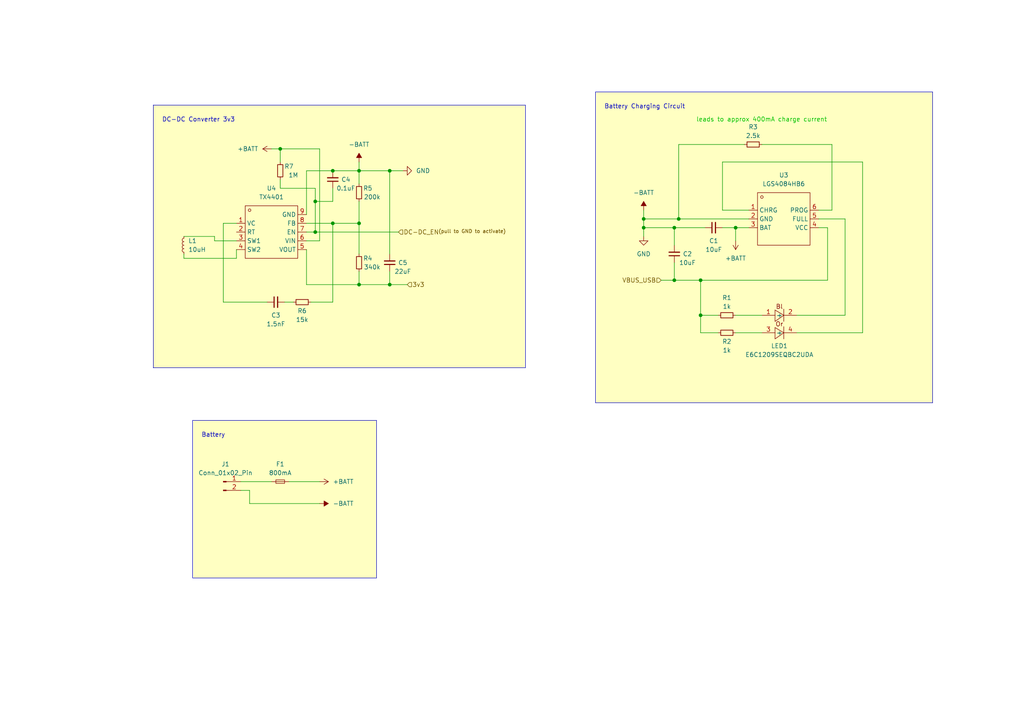
<source format=kicad_sch>
(kicad_sch (version 20230121) (generator eeschema)
  (paper "A4")
  (lib_symbols
    (symbol "Connector:Conn_01x02_Pin" (pin_names (offset 1.016) hide)
      (property "Reference" "J" (at 0 2.54 0))
      (property "Value" "Conn_01x02_Pin" (at 0 -5.08 0))
      (symbol "Conn_01x02_Pin_1_1"
        (polyline (pts (xy 1.27 -2.54) (xy 0.8636 -2.54)) (stroke (width 0.1524)))
        (polyline (pts (xy 1.27 0) (xy 0.8636 0)) (stroke (width 0.1524)))
        (rectangle (start 0.8636 -2.413) (end 0 -2.667) (stroke (width 0.1524)) (fill (type outline)))
        (rectangle (start 0.8636 0.127) (end 0 -0.127) (stroke (width 0.1524)) (fill (type outline)))
        (pin passive line (at 5.08 0 180) (length 3.81) (name "Pin_1") (number "1"))
        (pin passive line (at 5.08 -2.54 180) (length 3.81) (name "Pin_2") (number "2"))
      )
    )
    (symbol "Device:C_Small" (pin_numbers hide) (pin_names (offset 0.254) hide)
      (property "Reference" "C" (at 0.254 1.778 0))
      (property "Value" "C_Small" (at 0.254 -2.032 0))
      (symbol "C_Small_0_1"
        (polyline (pts (xy -1.524 -0.508) (xy 1.524 -0.508)) (stroke (width 0.3302)))
        (polyline (pts (xy -1.524 0.508) (xy 1.524 0.508)) (stroke (width 0.3048)))
      )
      (symbol "C_Small_1_1"
        (pin passive line (at 0 2.54 270) (length 2.032) (name "~") (number "1"))
        (pin passive line (at 0 -2.54 90) (length 2.032) (name "~") (number "2"))
      )
    )
    (symbol "Device:Fuse_Small" (pin_numbers hide) (pin_names (offset 0.254) hide)
      (property "Reference" "F" (at 0 -1.524 0))
      (property "Value" "Fuse_Small" (at 0 1.524 0))
      (symbol "Fuse_Small_0_1"
        (rectangle (start -1.27 0.508) (end 1.27 -0.508))
        (polyline (pts (xy -1.27 0) (xy 1.27 0)))
      )
      (symbol "Fuse_Small_1_1"
        (pin passive line (at -2.54 0 0) (length 1.27) (name "~") (number "1"))
        (pin passive line (at 2.54 0 180) (length 1.27) (name "~") (number "2"))
      )
    )
    (symbol "Device:L_Small" (pin_numbers hide) (pin_names (offset 0.254) hide)
      (property "Reference" "L" (at 0.762 1.016 0))
      (property "Value" "L_Small" (at 0.762 -1.016 0))
      (symbol "L_Small_0_1"
        (arc (start 0 -2.032) (mid 0.5058 -1.524) (end 0 -1.016))
        (arc (start 0 -1.016) (mid 0.5058 -0.508) (end 0 0))
        (arc (start 0 0) (mid 0.5058 0.508) (end 0 1.016))
        (arc (start 0 1.016) (mid 0.5058 1.524) (end 0 2.032))
      )
      (symbol "L_Small_1_1"
        (pin passive line (at 0 2.54 270) (length 0.508) (name "~") (number "1"))
        (pin passive line (at 0 -2.54 90) (length 0.508) (name "~") (number "2"))
      )
    )
    (symbol "Device:R_Small" (pin_numbers hide) (pin_names (offset 0.254) hide)
      (property "Reference" "R" (at 0.762 0.508 0))
      (property "Value" "R_Small" (at 0.762 -1.016 0))
      (symbol "R_Small_0_1"
        (rectangle (start -0.762 1.778) (end 0.762 -1.778) (stroke (width 0.2032)))
      )
      (symbol "R_Small_1_1"
        (pin passive line (at 0 2.54 270) (length 0.762) (name "~") (number "1"))
        (pin passive line (at 0 -2.54 90) (length 0.762) (name "~") (number "2"))
      )
    )
    (symbol "lcsc:E6C1209SEQBC2UDA"
      (property "Reference" "LED" (at 0 7.62 0))
      (property "Value" "E6C1209SEQBC2UDA" (at 0 -7.62 0))
      (symbol "E6C1209SEQBC2UDA_0_1"
        (polyline (pts (xy 1.27 -0.76) (xy 1.27 -4.32)))
        (polyline (pts (xy 1.27 4.32) (xy 1.27 0.76)))
        (polyline (pts (xy -1.27 -1.02) (xy 1.27 -2.54) (xy -1.27 -4.32) (xy -1.27 -1.02)) (fill (type background)))
        (polyline (pts (xy -1.27 4.06) (xy 1.27 2.54) (xy -1.27 0.76) (xy -1.27 4.06)) (fill (type background)))
        (pin unspecified line (at -5.08 2.54 0) (length 3.81) (name "+") (number "1"))
        (pin unspecified line (at 5.08 2.54 180) (length 3.81) (name "-") (number "2"))
        (pin unspecified line (at -5.08 -2.54 0) (length 3.81) (name "+") (number "3"))
        (pin unspecified line (at 5.08 -2.54 180) (length 3.81) (name "-") (number "4"))
      )
      (symbol "E6C1209SEQBC2UDA_1_1"
        (text "Bl" (at 0 5.08 0) (effects (font (size 1.27 1.27))))
        (text "Or" (at 0 0 0) (effects (font (size 1.27 1.27))))
      )
    )
    (symbol "lcsc:LGS4084HB6"
      (property "Reference" "U" (at 0 10.16 0))
      (property "Value" "LGS4084HB6" (at 0 -10.16 0))
      (symbol "LGS4084HB6_0_0"
        (pin unspecified line (at -10.16 2.54 0) (length 2.54) (name "CHRG") (number "1"))
        (pin unspecified line (at -10.16 0 0) (length 2.54) (name "GND") (number "2"))
        (pin unspecified line (at -10.16 -2.54 0) (length 2.54) (name "BAT") (number "3"))
        (pin unspecified line (at 10.16 -2.54 180) (length 2.54) (name "VCC") (number "4"))
        (pin unspecified line (at 10.16 0 180) (length 2.54) (name "FULL") (number "5"))
        (pin unspecified line (at 10.16 2.54 180) (length 2.54) (name "PROG") (number "6"))
      )
      (symbol "LGS4084HB6_0_1"
        (rectangle (start -7.62 7.62) (end 7.62 -7.62) (fill (type background)))
        (circle (center -6.35 6.35) (radius 0.38))
      )
    )
    (symbol "lcsc:TX4401"
      (property "Reference" "U" (at 0 10.16 0))
      (property "Value" "TX4401" (at 0 -10.16 0))
      (symbol "TX4401_0_1"
        (rectangle (start -7.62 7.62) (end 7.62 -7.62) (fill (type background)))
        (circle (center -6.35 6.35) (radius 0.38))
        (pin unspecified line (at -10.16 2.54 0) (length 2.54) (name "VC") (number "1"))
        (pin unspecified line (at -10.16 0 0) (length 2.54) (name "RT") (number "2"))
        (pin unspecified line (at -10.16 -2.54 0) (length 2.54) (name "SW1") (number "3"))
        (pin unspecified line (at -10.16 -5.08 0) (length 2.54) (name "SW2") (number "4"))
        (pin unspecified line (at 10.16 -5.08 180) (length 2.54) (name "VOUT") (number "5"))
        (pin unspecified line (at 10.16 -2.54 180) (length 2.54) (name "VIN") (number "6"))
        (pin unspecified line (at 10.16 0 180) (length 2.54) (name "EN") (number "7"))
        (pin unspecified line (at 10.16 2.54 180) (length 2.54) (name "FB") (number "8"))
        (pin unspecified line (at 10.16 5.08 180) (length 2.54) (name "GND") (number "9"))
      )
    )
    (symbol "power:+BATT" (power) (pin_names (offset 0))
      (property "Value" "+BATT" (at 0 3.556 0))
      (symbol "+BATT_0_1"
        (polyline (pts (xy -0.762 1.27) (xy 0 2.54)))
        (polyline (pts (xy 0 0) (xy 0 2.54)))
        (polyline (pts (xy 0 2.54) (xy 0.762 1.27)))
      )
      (symbol "+BATT_1_1"
        (pin power_in line (at 0 0 90) (length 0) hide (name "+BATT") (number "1"))
      )
    )
    (symbol "power:-BATT" (power) (pin_names (offset 0))
      (property "Value" "-BATT" (at 0 3.556 0))
      (symbol "-BATT_0_1"
        (polyline (pts (xy 0 0) (xy 0 2.54)))
        (polyline (pts (xy 0.762 1.27) (xy -0.762 1.27) (xy 0 2.54) (xy 0.762 1.27)) (fill (type outline)))
      )
      (symbol "-BATT_1_1"
        (pin power_in line (at 0 0 90) (length 0) hide (name "-BATT") (number "1"))
      )
    )
    (symbol "power:GND" (power) (pin_names (offset 0))
      (property "Value" "GND" (at 0 -3.81 0))
      (symbol "GND_0_1"
        (polyline (pts (xy 0 0) (xy 0 -1.27) (xy 1.27 -1.27) (xy 0 -2.54) (xy -1.27 -1.27) (xy 0 -1.27)))
      )
      (symbol "GND_1_1"
        (pin power_in line (at 0 0 270) (length 0) hide (name "GND") (number "1"))
      )
    )
  )
  (junction (at 81.28 43.18))
  (junction (at 213.36 66.04))
  (junction (at 96.52 49.53))
  (junction (at 195.58 66.04))
  (junction (at 203.2 81.28))
  (junction (at 91.44 67.31))
  (junction (at 91.44 58.42))
  (junction (at 104.14 64.77))
  (junction (at 203.2 91.44))
  (junction (at 186.69 63.5))
  (junction (at 113.03 82.55))
  (junction (at 195.58 81.28))
  (junction (at 186.69 66.04))
  (junction (at 104.14 82.55))
  (junction (at 196.85 63.5))
  (junction (at 96.52 64.77))
  (junction (at 113.03 49.53))
  (junction (at 104.14 49.53))
  (wire (pts (xy 72.39 142.24) (xy 72.39 146.05)))
  (wire (pts (xy 88.9 49.53) (xy 96.52 49.53)))
  (wire (pts (xy 209.55 46.99) (xy 209.55 60.96)))
  (wire (pts (xy 68.58 74.93) (xy 68.58 72.39)))
  (wire (pts (xy 72.39 146.05) (xy 92.71 146.05)))
  (wire (pts (xy 88.9 82.55) (xy 104.14 82.55)))
  (wire (pts (xy 195.58 66.04) (xy 204.47 66.04)))
  (wire (pts (xy 220.98 41.91) (xy 241.3 41.91)))
  (wire (pts (xy 195.58 66.04) (xy 195.58 71.12)))
  (wire (pts (xy 237.49 66.04) (xy 240.03 66.04)))
  (wire (pts (xy 186.69 66.04) (xy 186.69 63.5)))
  (wire (pts (xy 82.55 87.63) (xy 85.09 87.63)))
  (wire (pts (xy 91.44 67.31) (xy 115.57 67.31)))
  (wire (pts (xy 196.85 41.91) (xy 215.9 41.91)))
  (wire (pts (xy 113.03 49.53) (xy 116.84 49.53)))
  (wire (pts (xy 53.34 74.93) (xy 68.58 74.93)))
  (wire (pts (xy 104.14 46.99) (xy 104.14 49.53)))
  (wire (pts (xy 113.03 49.53) (xy 113.03 73.66)))
  (wire (pts (xy 96.52 64.77) (xy 104.14 64.77)))
  (wire (pts (xy 83.82 139.7) (xy 92.71 139.7)))
  (wire (pts (xy 104.14 49.53) (xy 104.14 53.34)))
  (wire (pts (xy 69.85 139.7) (xy 78.74 139.7)))
  (wire (pts (xy 241.3 60.96) (xy 241.3 41.91)))
  (wire (pts (xy 231.14 91.44) (xy 245.11 91.44)))
  (wire (pts (xy 186.69 63.5) (xy 196.85 63.5)))
  (wire (pts (xy 104.14 82.55) (xy 113.03 82.55)))
  (wire (pts (xy 186.69 60.96) (xy 186.69 63.5)))
  (wire (pts (xy 203.2 96.52) (xy 203.2 91.44)))
  (wire (pts (xy 81.28 43.18) (xy 81.28 46.99)))
  (wire (pts (xy 96.52 49.53) (xy 104.14 49.53)))
  (wire (pts (xy 104.14 64.77) (xy 104.14 58.42)))
  (wire (pts (xy 250.19 96.52) (xy 250.19 46.99)))
  (wire (pts (xy 78.74 43.18) (xy 81.28 43.18)))
  (wire (pts (xy 68.58 64.77) (xy 64.77 64.77)))
  (wire (pts (xy 209.55 60.96) (xy 217.17 60.96)))
  (wire (pts (xy 113.03 78.74) (xy 113.03 82.55)))
  (wire (pts (xy 96.52 54.61) (xy 96.52 58.42)))
  (wire (pts (xy 62.23 69.85) (xy 62.23 68.58)))
  (wire (pts (xy 91.44 54.61) (xy 91.44 58.42)))
  (wire (pts (xy 213.36 96.52) (xy 220.98 96.52)))
  (wire (pts (xy 91.44 58.42) (xy 96.52 58.42)))
  (wire (pts (xy 213.36 66.04) (xy 217.17 66.04)))
  (wire (pts (xy 203.2 81.28) (xy 240.03 81.28)))
  (wire (pts (xy 96.52 64.77) (xy 96.52 87.63)))
  (wire (pts (xy 88.9 49.53) (xy 88.9 62.23)))
  (wire (pts (xy 250.19 46.99) (xy 209.55 46.99)))
  (wire (pts (xy 208.28 96.52) (xy 203.2 96.52)))
  (wire (pts (xy 64.77 87.63) (xy 77.47 87.63)))
  (wire (pts (xy 237.49 60.96) (xy 241.3 60.96)))
  (wire (pts (xy 186.69 66.04) (xy 195.58 66.04)))
  (wire (pts (xy 88.9 69.85) (xy 92.71 69.85)))
  (wire (pts (xy 88.9 64.77) (xy 96.52 64.77)))
  (wire (pts (xy 203.2 91.44) (xy 203.2 81.28)))
  (wire (pts (xy 245.11 63.5) (xy 237.49 63.5)))
  (wire (pts (xy 62.23 68.58) (xy 53.34 68.58)))
  (wire (pts (xy 196.85 63.5) (xy 217.17 63.5)))
  (wire (pts (xy 195.58 76.2) (xy 195.58 81.28)))
  (wire (pts (xy 104.14 64.77) (xy 104.14 73.66)))
  (wire (pts (xy 213.36 66.04) (xy 213.36 69.85)))
  (wire (pts (xy 81.28 43.18) (xy 92.71 43.18)))
  (wire (pts (xy 81.28 54.61) (xy 91.44 54.61)))
  (wire (pts (xy 209.55 66.04) (xy 213.36 66.04)))
  (wire (pts (xy 231.14 96.52) (xy 250.19 96.52)))
  (wire (pts (xy 196.85 41.91) (xy 196.85 63.5)))
  (wire (pts (xy 245.11 91.44) (xy 245.11 63.5)))
  (wire (pts (xy 104.14 78.74) (xy 104.14 82.55)))
  (wire (pts (xy 64.77 64.77) (xy 64.77 87.63)))
  (wire (pts (xy 69.85 142.24) (xy 72.39 142.24)))
  (wire (pts (xy 104.14 49.53) (xy 113.03 49.53)))
  (wire (pts (xy 195.58 81.28) (xy 203.2 81.28)))
  (wire (pts (xy 203.2 91.44) (xy 208.28 91.44)))
  (wire (pts (xy 213.36 91.44) (xy 220.98 91.44)))
  (wire (pts (xy 191.77 81.28) (xy 195.58 81.28)))
  (wire (pts (xy 88.9 67.31) (xy 91.44 67.31)))
  (wire (pts (xy 113.03 82.55) (xy 118.11 82.55)))
  (wire (pts (xy 91.44 58.42) (xy 91.44 67.31)))
  (wire (pts (xy 186.69 68.58) (xy 186.69 66.04)))
  (wire (pts (xy 53.34 73.66) (xy 53.34 74.93)))
  (wire (pts (xy 90.17 87.63) (xy 96.52 87.63)))
  (wire (pts (xy 81.28 52.07) (xy 81.28 54.61)))
  (wire (pts (xy 68.58 69.85) (xy 62.23 69.85)))
  (wire (pts (xy 88.9 82.55) (xy 88.9 72.39)))
  (wire (pts (xy 240.03 66.04) (xy 240.03 81.28)))
  (wire (pts (xy 92.71 69.85) (xy 92.71 43.18)))
  (rectangle (start 55.88 121.92) (end 109.22 167.64) (fill (type color) (color 255 255 194 1)))
  (rectangle (start 172.72 26.67) (end 270.51 116.84) (fill (type color) (color 255 255 194 1)))
  (rectangle (start 44.45 30.48) (end 152.4 106.68) (fill (type color) (color 255 255 194 1)))
  (text "DC-DC Converter 3v3" (at 46.99 35.56 0) (effects (font (size 1.27 1.27)) (justify left bottom)))
  (text "Battery" (at 58.42 127 0) (effects (font (size 1.27 1.27)) (justify left bottom)))
  (text "leads to approx 400mA charge current" (at 201.93 35.56 0) (effects (font (size 1.27 1.27)) (justify left bottom)))
  (text "Battery Charging Circuit" (at 175.26 31.75 0) (effects (font (size 1.27 1.27)) (justify left bottom)))
  (hierarchical_label "VBUS_USB" (shape input) (at 191.77 81.28 180))
  (hierarchical_label "DC-DC_EN^{(pull to GND to activate)}" (shape input) (at 115.57 67.31 0))
  (hierarchical_label "3v3" (shape input) (at 118.11 82.55 0))
  (symbol (lib_id "Device:R_Small") (at 87.63 87.63 90) (unit 1)
    (property "Reference" "R6" (at 87.63 90.17 90))
    (property "Value" "15k" (at 87.63 92.71 90))
    (property "Footprint" "Resistor_SMD:R_0603_1608Metric" (effects hide))
  )
  (symbol (lib_id "Device:R_Small") (at 210.82 96.52 270) (unit 1)
    (property "Reference" "R2" (at 210.82 99.06 90))
    (property "Value" "1k" (at 210.82 101.6 90))
    (property "Footprint" "Resistor_SMD:R_0603_1608Metric" (effects hide))
  )
  (symbol (lib_id "Device:R_Small") (at 81.28 49.53 0) (unit 1)
    (property "Reference" "R7" (at 83.82 48.26 0))
    (property "Value" "1M" (at 85.09 50.8 0))
    (property "Footprint" "Resistor_SMD:R_0603_1608Metric" (effects hide))
  )
  (symbol (lib_id "Device:C_Small") (at 96.52 52.07 180) (unit 1)
    (property "Reference" "C4" (at 100.33 52.07 0))
    (property "Value" "0.1uF" (at 100.33 54.61 0))
    (property "Footprint" "Capacitor_SMD:C_0603_1608Metric" (effects hide))
  )
  (symbol (lib_id "power:+BATT") (at 78.74 43.18 90) (unit 1)
    (property "Reference" "#PWR05" (effects hide))
    (property "Value" "+BATT" (at 74.93 43.18 90) (effects (justify left)))
  )
  (symbol (lib_id "power:-BATT") (at 92.71 146.05 270) (unit 1)
    (property "Reference" "#PWR07" (effects hide))
    (property "Value" "-BATT" (at 96.52 146.05 90) (effects (justify left)))
  )
  (symbol (lib_id "Device:R_Small") (at 218.44 41.91 90) (unit 1)
    (property "Reference" "R3" (at 218.44 36.83 90))
    (property "Value" "2.5k" (at 218.44 39.37 90))
    (property "Footprint" "Resistor_SMD:R_0603_1608Metric" (effects hide))
  )
  (symbol (lib_id "Device:R_Small") (at 104.14 55.88 0) (unit 1)
    (property "Reference" "R5" (at 106.68 54.61 0))
    (property "Value" "200k" (at 107.95 57.15 0))
    (property "Footprint" "Resistor_SMD:R_0603_1608Metric" (effects hide))
  )
  (symbol (lib_id "Connector:Conn_01x02_Pin") (at 64.77 139.7 0) (unit 1)
    (property "Reference" "J1" (at 65.405 134.62 0))
    (property "Value" "Conn_01x02_Pin" (at 65.405 137.16 0))
    (property "Footprint" "Connector_PinHeader_2.54mm:PinHeader_1x02_P2.54mm_Horizontal" (effects hide))
  )
  (symbol (lib_id "Device:Fuse_Small") (at 81.28 139.7 0) (unit 1)
    (property "Reference" "F1" (at 81.28 134.62 0))
    (property "Value" "800mA" (at 81.28 137.16 0))
    (property "Footprint" "Fuse:Fuse_0603_1608Metric" (effects hide))
  )
  (symbol (lib_id "power:+BATT") (at 92.71 139.7 270) (unit 1)
    (property "Reference" "#PWR08" (effects hide))
    (property "Value" "+BATT" (at 96.52 139.7 90) (effects (justify left)))
  )
  (symbol (lib_id "lcsc:LGS4084HB6") (at 227.33 63.5 0) (unit 1)
    (property "Reference" "U3" (at 227.33 50.8 0))
    (property "Value" "LGS4084HB6" (at 227.33 53.34 0))
    (property "Footprint" "Package_TO_SOT_SMD:SOT-23-6" (effects hide))
    (property "Datasheet" "https://www.lcsc.com/product-detail/Battery-Management-ICs_Legend-Si-LGS4084HB6_C5299901.html" (effects hide))
    (property "LCSC Part" "C5299901" (effects hide))
  )
  (symbol (lib_id "Device:R_Small") (at 104.14 76.2 0) (unit 1)
    (property "Reference" "R4" (at 106.68 74.93 0))
    (property "Value" "340k" (at 107.95 77.47 0))
    (property "Footprint" "Resistor_SMD:R_0603_1608Metric" (effects hide))
  )
  (symbol (lib_id "Device:C_Small") (at 113.03 76.2 180) (unit 1)
    (property "Reference" "C5" (at 116.84 76.2 0))
    (property "Value" "22uF" (at 116.84 78.74 0))
    (property "Footprint" "Capacitor_SMD:C_0603_1608Metric" (effects hide))
  )
  (symbol (lib_id "Device:C_Small") (at 80.01 87.63 90) (unit 1)
    (property "Reference" "C3" (at 80.01 91.44 90))
    (property "Value" "1.5nF" (at 80.01 93.98 90))
    (property "Footprint" "Capacitor_SMD:C_0603_1608Metric" (effects hide))
  )
  (symbol (lib_id "Device:R_Small") (at 210.82 91.44 90) (unit 1)
    (property "Reference" "R1" (at 210.82 86.36 90))
    (property "Value" "1k" (at 210.82 88.9 90))
    (property "Footprint" "Resistor_SMD:R_0603_1608Metric" (effects hide))
  )
  (symbol (lib_id "lcsc:E6C1209SEQBC2UDA") (at 226.06 93.98 0) (unit 1)
    (property "Reference" "LED1" (at 226.06 100.33 0))
    (property "Value" "E6C1209SEQBC2UDA" (at 226.06 102.87 0))
    (property "Footprint" "lcsc:LED-ARRAY-SMD_4P-L3.2-W2.7_E6C1209SEQBC2UDA" (effects hide))
    (property "Datasheet" "https://lcsc.com/product-detail/Light-Emitting-Diodes-LED_EKINGLUX-E6C1209SEQBC2UDA_C389101.html" (effects hide))
    (property "LCSC Part" "C389101" (effects hide))
  )
  (symbol (lib_id "power:-BATT") (at 104.14 46.99 0) (unit 1)
    (property "Reference" "#PWR06" (effects hide))
    (property "Value" "-BATT" (at 104.14 41.91 0))
  )
  (symbol (lib_id "power:-BATT") (at 186.69 60.96 0) (unit 1)
    (property "Reference" "#PWR03" (effects hide))
    (property "Value" "-BATT" (at 186.69 55.88 0))
  )
  (symbol (lib_id "Device:L_Small") (at 53.34 71.12 180) (unit 1)
    (property "Reference" "L1" (at 54.61 69.85 0) (effects (justify right)))
    (property "Value" "10uH" (at 54.61 72.39 0) (effects (justify right)))
    (property "Footprint" "Inductor_SMD:L_0603_1608Metric" (effects hide))
  )
  (symbol (lib_id "lcsc:TX4401") (at 78.74 67.31 0) (unit 1)
    (property "Reference" "U4" (at 78.74 54.61 0))
    (property "Value" "TX4401" (at 78.74 57.15 0))
    (property "Footprint" "lcsc:ESOP-8_L4.9-W3.9-P1.27-LS6.0-BL-EP-2" (effects hide))
    (property "Datasheet" "https://lcsc.com/product-detail/DC-DC-Converters_XDS-TX4401_C448642.html" (effects hide))
    (property "LCSC Part" "C448642" (effects hide))
  )
  (symbol (lib_id "power:+BATT") (at 213.36 69.85 180) (unit 1)
    (property "Reference" "#PWR02" (effects hide))
    (property "Value" "+BATT" (at 213.36 74.93 0))
  )
  (symbol (lib_id "power:GND") (at 116.84 49.53 90) (unit 1)
    (property "Reference" "#PWR04" (effects hide))
    (property "Value" "GND" (at 120.65 49.53 90) (effects (justify right)))
  )
  (symbol (lib_id "Device:C_Small") (at 195.58 73.66 180) (unit 1)
    (property "Reference" "C2" (at 199.39 73.66 0))
    (property "Value" "10uF" (at 199.39 76.2 0))
    (property "Footprint" "Capacitor_SMD:C_0603_1608Metric" (effects hide))
  )
  (symbol (lib_id "Device:C_Small") (at 207.01 66.04 90) (unit 1)
    (property "Reference" "C1" (at 207.01 69.85 90))
    (property "Value" "10uF" (at 207.01 72.39 90))
    (property "Footprint" "Capacitor_SMD:C_0603_1608Metric" (effects hide))
  )
  (symbol (lib_id "power:GND") (at 186.69 68.58 0) (unit 1)
    (property "Reference" "#PWR01" (effects hide))
    (property "Value" "GND" (at 186.69 73.66 0))
  )
)
</source>
